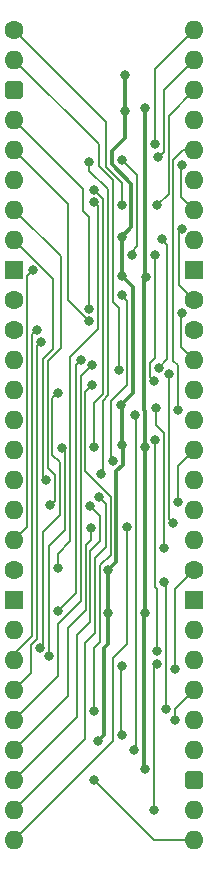
<source format=gbl>
%TF.GenerationSoftware,KiCad,Pcbnew,8.0.4*%
%TF.CreationDate,2024-09-03T07:30:16+02:00*%
%TF.ProjectId,Adder 16bit,41646465-7220-4313-9662-69742e6b6963,V0*%
%TF.SameCoordinates,PX54c81a0PY37b6b20*%
%TF.FileFunction,Copper,L2,Bot*%
%TF.FilePolarity,Positive*%
%FSLAX46Y46*%
G04 Gerber Fmt 4.6, Leading zero omitted, Abs format (unit mm)*
G04 Created by KiCad (PCBNEW 8.0.4) date 2024-09-03 07:30:16*
%MOMM*%
%LPD*%
G01*
G04 APERTURE LIST*
G04 Aperture macros list*
%AMRoundRect*
0 Rectangle with rounded corners*
0 $1 Rounding radius*
0 $2 $3 $4 $5 $6 $7 $8 $9 X,Y pos of 4 corners*
0 Add a 4 corners polygon primitive as box body*
4,1,4,$2,$3,$4,$5,$6,$7,$8,$9,$2,$3,0*
0 Add four circle primitives for the rounded corners*
1,1,$1+$1,$2,$3*
1,1,$1+$1,$4,$5*
1,1,$1+$1,$6,$7*
1,1,$1+$1,$8,$9*
0 Add four rect primitives between the rounded corners*
20,1,$1+$1,$2,$3,$4,$5,0*
20,1,$1+$1,$4,$5,$6,$7,0*
20,1,$1+$1,$6,$7,$8,$9,0*
20,1,$1+$1,$8,$9,$2,$3,0*%
G04 Aperture macros list end*
%TA.AperFunction,ComponentPad*%
%ADD10C,1.600000*%
%TD*%
%TA.AperFunction,ComponentPad*%
%ADD11O,1.600000X1.600000*%
%TD*%
%TA.AperFunction,ComponentPad*%
%ADD12RoundRect,0.400000X-0.400000X-0.400000X0.400000X-0.400000X0.400000X0.400000X-0.400000X0.400000X0*%
%TD*%
%TA.AperFunction,ComponentPad*%
%ADD13R,1.600000X1.600000*%
%TD*%
%TA.AperFunction,ViaPad*%
%ADD14C,0.800000*%
%TD*%
%TA.AperFunction,Conductor*%
%ADD15C,0.380000*%
%TD*%
%TA.AperFunction,Conductor*%
%ADD16C,0.200000*%
%TD*%
G04 APERTURE END LIST*
D10*
%TO.P,J2,1,Pin_1*%
%TO.N,A_{3}*%
X0Y0D03*
D11*
%TO.P,J2,2,Pin_2*%
%TO.N,A_{4}*%
X0Y-2540000D03*
D12*
%TO.P,J2,3,Pin_3*%
%TO.N,5V*%
X0Y-5080000D03*
D11*
%TO.P,J2,4,Pin_4*%
%TO.N,A_{5}*%
X0Y-7620000D03*
%TO.P,J2,5,Pin_5*%
%TO.N,A_{6}*%
X0Y-10160000D03*
%TO.P,J2,6,Pin_6*%
%TO.N,A_{7}*%
X0Y-12700000D03*
%TO.P,J2,7,Pin_7*%
%TO.N,A_{8}*%
X0Y-15240000D03*
%TO.P,J2,8,Pin_8*%
%TO.N,A_{9}*%
X0Y-17780000D03*
D13*
%TO.P,J2,9,Pin_9*%
%TO.N,GND*%
X0Y-20320000D03*
D10*
%TO.P,J2,10,Pin_10*%
%TO.N,A_{10}*%
X0Y-22860000D03*
%TO.P,J2,11,Pin_11*%
%TO.N,A_{11}*%
X0Y-25400000D03*
D11*
%TO.P,J2,12,Pin_12*%
%TO.N,A_{12}*%
X0Y-27940000D03*
%TO.P,J2,13,Pin_13*%
%TO.N,A_{13}*%
X0Y-30480000D03*
%TO.P,J2,14,Pin_14*%
%TO.N,A_{14}*%
X0Y-33020000D03*
%TO.P,J2,15,Pin_15*%
%TO.N,A_{15}*%
X0Y-35560000D03*
%TO.P,J2,16,Pin_16*%
%TO.N,B_{0}*%
X0Y-38100000D03*
%TO.P,J2,17,Pin_17*%
%TO.N,B_{1}*%
X0Y-40640000D03*
%TO.P,J2,18,Pin_18*%
%TO.N,B_{2}*%
X0Y-43180000D03*
D10*
%TO.P,J2,19,Pin_19*%
%TO.N,B_{3}*%
X0Y-45720000D03*
D13*
%TO.P,J2,20,Pin_20*%
%TO.N,GND*%
X0Y-48260000D03*
D11*
%TO.P,J2,21,Pin_21*%
%TO.N,B_{4}*%
X0Y-50800000D03*
%TO.P,J2,22,Pin_22*%
%TO.N,B_{5}*%
X0Y-53340000D03*
%TO.P,J2,23,Pin_23*%
%TO.N,B_{6}*%
X0Y-55880000D03*
%TO.P,J2,24,Pin_24*%
%TO.N,B_{7}*%
X0Y-58420000D03*
%TO.P,J2,25,Pin_25*%
%TO.N,B_{8}*%
X0Y-60960000D03*
%TO.P,J2,26,Pin_26*%
%TO.N,B_{9}*%
X0Y-63500000D03*
%TO.P,J2,27,Pin_27*%
%TO.N,B_{10}*%
X0Y-66040000D03*
%TO.P,J2,28,Pin_28*%
%TO.N,B_{11}*%
X0Y-68580000D03*
%TO.P,J2,29,Pin_29*%
%TO.N,B_{12}*%
X15240000Y-68580000D03*
%TO.P,J2,30,Pin_30*%
%TO.N,B_{13}*%
X15240000Y-66040000D03*
D12*
%TO.P,J2,31,Pin_31*%
%TO.N,5V*%
X15240000Y-63500000D03*
D11*
%TO.P,J2,32,Pin_32*%
%TO.N,B_{14}*%
X15240000Y-60960000D03*
%TO.P,J2,33,Pin_33*%
%TO.N,B_{15}*%
X15240000Y-58420000D03*
%TO.P,J2,34,Pin_34*%
%TO.N,S_{15}*%
X15240000Y-55880000D03*
%TO.P,J2,35,Pin_35*%
%TO.N,S_{14}*%
X15240000Y-53340000D03*
%TO.P,J2,36,Pin_36*%
%TO.N,S_{13}*%
X15240000Y-50800000D03*
D13*
%TO.P,J2,37,Pin_37*%
%TO.N,GND*%
X15240000Y-48260000D03*
D10*
%TO.P,J2,38,Pin_38*%
%TO.N,S_{12}*%
X15240000Y-45720000D03*
D11*
%TO.P,J2,39,Pin_39*%
%TO.N,S_{11}*%
X15240000Y-43180000D03*
%TO.P,J2,40,Pin_40*%
%TO.N,S_{10}*%
X15240000Y-40640000D03*
%TO.P,J2,41,Pin_41*%
%TO.N,S_{9}*%
X15240000Y-38100000D03*
%TO.P,J2,42,Pin_42*%
%TO.N,S_{8}*%
X15240000Y-35560000D03*
%TO.P,J2,43,Pin_43*%
%TO.N,S_{7}*%
X15240000Y-33020000D03*
%TO.P,J2,44,Pin_44*%
%TO.N,S_{6}*%
X15240000Y-30480000D03*
%TO.P,J2,45,Pin_45*%
%TO.N,S_{5}*%
X15240000Y-27940000D03*
D10*
%TO.P,J2,46,Pin_46*%
%TO.N,S_{4}*%
X15240000Y-25400000D03*
%TO.P,J2,47,Pin_47*%
%TO.N,S_{3}*%
X15240000Y-22860000D03*
D13*
%TO.P,J2,48,Pin_48*%
%TO.N,GND*%
X15240000Y-20320000D03*
D11*
%TO.P,J2,49,Pin_49*%
%TO.N,S_{2}*%
X15240000Y-17780000D03*
%TO.P,J2,50,Pin_50*%
%TO.N,S_{1}*%
X15240000Y-15240000D03*
%TO.P,J2,51,Pin_51*%
%TO.N,S_{0}*%
X15240000Y-12700000D03*
%TO.P,J2,52,Pin_52*%
%TO.N,C_{15}*%
X15240000Y-10160000D03*
%TO.P,J2,53,Pin_53*%
%TO.N,unconnected-(J2-Pin_53-Pad53)*%
X15240000Y-7620000D03*
%TO.P,J2,54,Pin_54*%
%TO.N,A_{0}*%
X15240000Y-5080000D03*
%TO.P,J2,55,Pin_55*%
%TO.N,A_{1}*%
X15240000Y-2540000D03*
%TO.P,J2,56,Pin_56*%
%TO.N,A_{2}*%
X15240000Y0D03*
%TD*%
D14*
%TO.N,GND*%
X9398000Y-3810000D03*
%TO.N,B_{4}*%
X5660831Y-27913053D03*
X3724169Y-49190169D03*
%TO.N,A_{7}*%
X12205511Y-28612943D03*
X12499500Y-17726500D03*
%TO.N,B_{1}*%
X7301336Y-37616021D03*
X6350000Y-11176000D03*
%TO.N,B_{0}*%
X6731000Y-13589000D03*
X6757000Y-35306000D03*
%TO.N,Net-(IC3-C0)*%
X11889000Y-19050000D03*
X11811000Y-29750333D03*
%TO.N,A_{9}*%
X2650014Y-38100000D03*
%TO.N,S_{8}*%
X13843000Y-40005000D03*
%TO.N,A_{6}*%
X6350000Y-24638000D03*
%TO.N,S_{15}*%
X13589000Y-58420000D03*
%TO.N,B_{14}*%
X9127378Y-59684499D03*
X9132000Y-53848008D03*
%TO.N,A_{10}*%
X9067000Y-22479000D03*
%TO.N,GND*%
X9005000Y-31800044D03*
%TO.N,A_{11}*%
X13405712Y-41783000D03*
X13069000Y-29117458D03*
%TO.N,S_{5}*%
X14224000Y-24003000D03*
%TO.N,A_{14}*%
X11905712Y-34692111D03*
X12065000Y-52578000D03*
%TO.N,A_{13}*%
X3647292Y-30739089D03*
X2171000Y-52324000D03*
%TO.N,C_{15}*%
X13819000Y-32189324D03*
X10197000Y-32639000D03*
X10160000Y-60960000D03*
%TO.N,A_{15}*%
X3999000Y-35372306D03*
X2920993Y-53043078D03*
%TO.N,B_{12}*%
X6731000Y-63500000D03*
%TO.N,Net-(IC1-C0)*%
X12699999Y-46736001D03*
X12826994Y-57531012D03*
%TO.N,B_{13}*%
X12065000Y-53721000D03*
X11811000Y-66040000D03*
%TO.N,S_{12}*%
X13607478Y-54123550D03*
%TO.N,B_{3}*%
X6724000Y-14606816D03*
X3647292Y-45587912D03*
%TO.N,S_{1}*%
X14212000Y-11430000D03*
%TO.N,A_{0}*%
X12065000Y-14859002D03*
%TO.N,S_{3}*%
X14186391Y-16858092D03*
%TO.N,A_{8}*%
X3048000Y-40259000D03*
%TO.N,GND*%
X7112000Y-60198000D03*
X7939011Y-49386496D03*
X9097005Y-20801776D03*
X9359000Y-6858000D03*
X9096998Y-17524000D03*
%TO.N,B_{2}*%
X9078598Y-11014941D03*
X9936998Y-19030079D03*
X1589669Y-20369000D03*
%TO.N,A_{2}*%
X11912000Y-9702644D03*
%TO.N,A_{1}*%
X12187433Y-10790433D03*
%TO.N,A_{5}*%
X6350000Y-23622000D03*
%TO.N,A_{4}*%
X8813473Y-28799961D03*
%TO.N,A_{3}*%
X9116000Y-14794000D03*
%TO.N,5V*%
X11049000Y-6604000D03*
X11110358Y-20930457D03*
X11037000Y-35281894D03*
X11049000Y-62611000D03*
X11049000Y-49403000D03*
%TO.N,A_{10}*%
X8321409Y-36514772D03*
%TO.N,Net-(IC2-C0)*%
X11962000Y-31990025D03*
X12655712Y-43882178D03*
%TO.N,GND*%
X9098160Y-35178996D03*
X7939007Y-45770027D03*
%TO.N,B_{5}*%
X1905000Y-25400000D03*
%TO.N,B_{6}*%
X2286000Y-26416000D03*
%TO.N,B_{7}*%
X6557501Y-28401501D03*
%TO.N,B_{8}*%
X6477000Y-42164000D03*
%TO.N,B_{9}*%
X6410058Y-40324549D03*
%TO.N,B_{10}*%
X7161025Y-39590687D03*
%TO.N,B_{11}*%
X9525000Y-42121666D03*
%TO.N,A_{12}*%
X6604000Y-30099000D03*
X6731000Y-57658000D03*
%TD*%
D15*
%TO.N,5V*%
X11037000Y-32291060D02*
X11037000Y-35281894D01*
X10965511Y-21075304D02*
X10965511Y-32219571D01*
X10965511Y-32219571D02*
X11037000Y-32291060D01*
X11110358Y-20930457D02*
X10965511Y-21075304D01*
D16*
%TO.N,C_{15}*%
X10160000Y-60960000D02*
X10309454Y-60810546D01*
X10309454Y-60810546D02*
X10309454Y-32751454D01*
X10309454Y-32751454D02*
X10197000Y-32639000D01*
D15*
%TO.N,GND*%
X7939011Y-52034989D02*
X7939011Y-49386496D01*
X7620000Y-52354000D02*
X7939011Y-52034989D01*
X7620000Y-59690000D02*
X7620000Y-52354000D01*
X7112000Y-60198000D02*
X7620000Y-59690000D01*
D16*
%TO.N,A_{13}*%
X2425000Y-52070000D02*
X2171000Y-52324000D01*
X2425000Y-42533000D02*
X2425000Y-52070000D01*
X3848685Y-36614685D02*
X3848685Y-41109315D01*
X3213000Y-35979000D02*
X3848685Y-36614685D01*
X3213000Y-31173381D02*
X3213000Y-35979000D01*
X3848685Y-41109315D02*
X2425000Y-42533000D01*
X3647292Y-30739089D02*
X3213000Y-31173381D01*
D15*
%TO.N,GND*%
X9359000Y-3849000D02*
X9398000Y-3810000D01*
X9359000Y-6858000D02*
X9359000Y-3849000D01*
X9906000Y-16714998D02*
X9096998Y-17524000D01*
X9906000Y-13030283D02*
X9906000Y-16714998D01*
X8254568Y-10287432D02*
X8254568Y-11378851D01*
X9359000Y-9183000D02*
X8254568Y-10287432D01*
X9359000Y-6858000D02*
X9359000Y-9183000D01*
X8254568Y-11378851D02*
X9906000Y-13030283D01*
D16*
%TO.N,B_{2}*%
X1100000Y-42080000D02*
X1100000Y-20858669D01*
X0Y-43180000D02*
X1100000Y-42080000D01*
X1100000Y-20858669D02*
X1589669Y-20369000D01*
D15*
%TO.N,GND*%
X10053473Y-21758244D02*
X9097005Y-20801776D01*
X10053473Y-30751571D02*
X10053473Y-21758244D01*
X9005000Y-31800044D02*
X10053473Y-30751571D01*
X9096998Y-20801769D02*
X9097005Y-20801776D01*
X9096998Y-17524000D02*
X9096998Y-20801769D01*
D16*
%TO.N,B_{2}*%
X10396000Y-18330096D02*
X9936998Y-18789098D01*
X9936998Y-18789098D02*
X9936998Y-19030079D01*
X10396000Y-12332343D02*
X10396000Y-18330096D01*
X9078598Y-11014941D02*
X10396000Y-12332343D01*
%TO.N,Net-(IC3-C0)*%
X11455511Y-29394844D02*
X11811000Y-29750333D01*
X11889000Y-27811429D02*
X11455511Y-28244918D01*
X11889000Y-19050000D02*
X11889000Y-27811429D01*
X11455511Y-28244918D02*
X11455511Y-29394844D01*
%TO.N,Net-(IC2-C0)*%
X12655712Y-34118712D02*
X12655712Y-43882178D01*
X11962000Y-33425000D02*
X12655712Y-34118712D01*
X11962000Y-31990025D02*
X11962000Y-33425000D01*
%TO.N,A_{11}*%
X13069000Y-41446288D02*
X13405712Y-41783000D01*
X13069000Y-29117458D02*
X13069000Y-41446288D01*
%TO.N,A_{14}*%
X11905712Y-47211712D02*
X11905712Y-34692111D01*
X12065000Y-47371000D02*
X11905712Y-47211712D01*
X12065000Y-52578000D02*
X12065000Y-47371000D01*
D15*
%TO.N,5V*%
X11037000Y-49391000D02*
X11037000Y-35281894D01*
X11049000Y-49403000D02*
X11037000Y-49391000D01*
D16*
%TO.N,A_{12}*%
X6007000Y-30696000D02*
X6604000Y-30099000D01*
X6007000Y-37376000D02*
X6007000Y-30696000D01*
X8146000Y-44432000D02*
X8146000Y-39515000D01*
X7239000Y-45339000D02*
X8146000Y-44432000D01*
X8146000Y-39515000D02*
X6007000Y-37376000D01*
X7239000Y-51816000D02*
X7239000Y-45339000D01*
X6731000Y-52324000D02*
X7239000Y-51816000D01*
%TO.N,B_{9}*%
X7227000Y-41141491D02*
X6410058Y-40324549D01*
X6439000Y-44107000D02*
X7227000Y-43319000D01*
X6439000Y-50165000D02*
X6439000Y-44107000D01*
X5334000Y-58166000D02*
X5334000Y-51270000D01*
X0Y-63500000D02*
X5334000Y-58166000D01*
X5334000Y-51270000D02*
X6439000Y-50165000D01*
%TO.N,B_{10}*%
X7746000Y-40175662D02*
X7161025Y-39590687D01*
X7746000Y-43816000D02*
X7746000Y-40175662D01*
X6839000Y-51073000D02*
X6839000Y-44723000D01*
X5981000Y-51931000D02*
X6839000Y-51073000D01*
X5981000Y-60059000D02*
X5981000Y-51931000D01*
%TO.N,B_{9}*%
X7227000Y-43319000D02*
X7227000Y-41141491D01*
%TO.N,A_{12}*%
X6731000Y-57658000D02*
X6731000Y-52324000D01*
%TO.N,B_{10}*%
X6839000Y-44723000D02*
X7746000Y-43816000D01*
X0Y-66040000D02*
X5981000Y-60059000D01*
%TO.N,B_{3}*%
X4699000Y-27686000D02*
X7074000Y-25311000D01*
X4699000Y-43307000D02*
X4699000Y-27686000D01*
X7074000Y-25311000D02*
X7074000Y-14956816D01*
X7074000Y-14956816D02*
X6724000Y-14606816D01*
X3647292Y-45587912D02*
X3647292Y-44358708D01*
X3647292Y-44358708D02*
X4699000Y-43307000D01*
%TO.N,A_{15}*%
X2920993Y-43688007D02*
X2920993Y-53043078D01*
X4293466Y-42315534D02*
X2920993Y-43688007D01*
X3999000Y-35372306D02*
X4293466Y-35666772D01*
X4293466Y-35666772D02*
X4293466Y-42315534D01*
%TO.N,A_{8}*%
X3429000Y-39878000D02*
X3048000Y-40259000D01*
X3429000Y-37674339D02*
X3429000Y-39878000D01*
X2813000Y-28047471D02*
X2813000Y-37058339D01*
X3937000Y-19177000D02*
X3937000Y-26923471D01*
X0Y-15240000D02*
X3937000Y-19177000D01*
X3937000Y-26923471D02*
X2813000Y-28047471D01*
X2813000Y-37058339D02*
X3429000Y-37674339D01*
D15*
%TO.N,GND*%
X8636000Y-45073034D02*
X7939007Y-45770027D01*
X9098160Y-35178996D02*
X9161409Y-35242245D01*
X7939011Y-45770031D02*
X7939007Y-45770027D01*
X8636000Y-37388121D02*
X8636000Y-45073034D01*
X9161409Y-36862712D02*
X8636000Y-37388121D01*
X7939011Y-49386496D02*
X7939011Y-45770031D01*
X9161409Y-35242245D02*
X9161409Y-36862712D01*
D16*
%TO.N,B_{11}*%
X9525000Y-52006500D02*
X9525000Y-42121666D01*
X8382000Y-53149500D02*
X9525000Y-52006500D01*
X8382000Y-60198000D02*
X8382000Y-53149500D01*
X0Y-68580000D02*
X8382000Y-60198000D01*
%TO.N,B_{14}*%
X9017000Y-53963008D02*
X9132000Y-53848008D01*
X9127378Y-59684499D02*
X9017000Y-59574121D01*
X9017000Y-59574121D02*
X9017000Y-53963008D01*
%TO.N,B_{8}*%
X6477000Y-43180000D02*
X6477000Y-42164000D01*
X6039000Y-43618000D02*
X6477000Y-43180000D01*
X4572000Y-50616000D02*
X6039000Y-49149000D01*
X4572000Y-56388000D02*
X4572000Y-50616000D01*
X6039000Y-49149000D02*
X6039000Y-43618000D01*
X0Y-60960000D02*
X4572000Y-56388000D01*
%TO.N,B_{7}*%
X5607000Y-48368000D02*
X5607000Y-29352002D01*
X5607000Y-29352002D02*
X6557501Y-28401501D01*
X3683000Y-50292000D02*
X5607000Y-48368000D01*
X3683000Y-54737000D02*
X3683000Y-50292000D01*
X0Y-58420000D02*
X3683000Y-54737000D01*
%TO.N,B_{4}*%
X5660831Y-27913053D02*
X5207000Y-28366884D01*
X5207000Y-28366884D02*
X5207000Y-47707338D01*
X5207000Y-47707338D02*
X3724169Y-49190169D01*
%TO.N,A_{7}*%
X12954000Y-18181000D02*
X12499500Y-17726500D01*
X12954000Y-27864454D02*
X12954000Y-18181000D01*
X12205511Y-28612943D02*
X12954000Y-27864454D01*
%TO.N,C_{15}*%
X13462000Y-28063194D02*
X13819000Y-28420194D01*
X14306339Y-10160000D02*
X13462000Y-11004339D01*
X15240000Y-10160000D02*
X14306339Y-10160000D01*
%TO.N,S_{1}*%
X14140000Y-11502000D02*
X14212000Y-11430000D01*
%TO.N,C_{15}*%
X13462000Y-11004339D02*
X13462000Y-28063194D01*
%TO.N,S_{1}*%
X14140000Y-14140000D02*
X14140000Y-11502000D01*
X15240000Y-15240000D02*
X14140000Y-14140000D01*
%TO.N,C_{15}*%
X13819000Y-28420194D02*
X13819000Y-32189324D01*
%TO.N,S_{3}*%
X13958000Y-17086483D02*
X13958000Y-21578000D01*
X13958000Y-21578000D02*
X15240000Y-22860000D01*
X14186391Y-16858092D02*
X13958000Y-17086483D01*
%TO.N,A_{9}*%
X2413000Y-37862986D02*
X2650014Y-38100000D01*
X2413000Y-27881785D02*
X2413000Y-37862986D01*
X3302000Y-26992785D02*
X2413000Y-27881785D01*
X3302000Y-21082000D02*
X3302000Y-26992785D01*
X0Y-17780000D02*
X3302000Y-21082000D01*
%TO.N,A_{6}*%
X4572000Y-14732000D02*
X0Y-10160000D01*
X4572000Y-22860000D02*
X4572000Y-14732000D01*
X6350000Y-24638000D02*
X4572000Y-22860000D01*
%TO.N,A_{5}*%
X5847902Y-15372902D02*
X5847902Y-13467902D01*
X6350000Y-15875000D02*
X5847902Y-15372902D01*
X5847902Y-13467902D02*
X0Y-7620000D01*
X6350000Y-23622000D02*
X6350000Y-15875000D01*
%TO.N,B_{0}*%
X6757000Y-31555830D02*
X6757000Y-35306000D01*
X7493000Y-30819830D02*
X6757000Y-31555830D01*
X7493000Y-14351000D02*
X7493000Y-30819830D01*
X6731000Y-13589000D02*
X7493000Y-14351000D01*
%TO.N,B_{5}*%
X1517000Y-25788000D02*
X1905000Y-25400000D01*
X1517000Y-51351653D02*
X1517000Y-25788000D01*
X0Y-52868653D02*
X1517000Y-51351653D01*
%TO.N,B_{6}*%
X1917000Y-26785000D02*
X2286000Y-26416000D01*
X0Y-55880000D02*
X1421000Y-54459000D01*
X1421000Y-52070000D02*
X1917000Y-51574000D01*
X1917000Y-51574000D02*
X1917000Y-26785000D01*
X1421000Y-54459000D02*
X1421000Y-52070000D01*
%TO.N,B_{1}*%
X7493000Y-37424357D02*
X7301336Y-37616021D01*
X7493000Y-31385516D02*
X7493000Y-37424357D01*
X7927477Y-13515477D02*
X7927477Y-30951039D01*
X6350000Y-11938000D02*
X7927477Y-13515477D01*
X6350000Y-11176000D02*
X6350000Y-11938000D01*
X7927477Y-30951039D02*
X7493000Y-31385516D01*
%TO.N,A_{10}*%
X9563473Y-22975473D02*
X9563473Y-30060527D01*
X9563473Y-30060527D02*
X8207602Y-31416398D01*
X9067000Y-22479000D02*
X9563473Y-22975473D01*
X8207602Y-31416398D02*
X8207602Y-36400965D01*
%TO.N,A_{4}*%
X8327477Y-23059477D02*
X8813473Y-23545473D01*
X7140996Y-9680996D02*
X7140996Y-11523929D01*
X0Y-2540000D02*
X7140996Y-9680996D01*
X7140996Y-11523929D02*
X8327477Y-12710410D01*
X8813473Y-23545473D02*
X8813473Y-28799961D01*
%TO.N,A_{10}*%
X8207602Y-36400965D02*
X8321409Y-36514772D01*
%TO.N,A_{4}*%
X8327477Y-12710410D02*
X8327477Y-23059477D01*
%TO.N,A_{3}*%
X9116000Y-12933247D02*
X7764568Y-11581815D01*
X9116000Y-14794000D02*
X9116000Y-12933247D01*
X7764568Y-11581815D02*
X7764568Y-7764568D01*
X7764568Y-7764568D02*
X0Y0D01*
%TO.N,S_{8}*%
X13843000Y-36957000D02*
X15240000Y-35560000D01*
X13843000Y-40005000D02*
X13843000Y-36957000D01*
%TO.N,S_{15}*%
X13589000Y-57531000D02*
X15240000Y-55880000D01*
X13589000Y-58420000D02*
X13589000Y-57531000D01*
D15*
%TO.N,GND*%
X9098160Y-31893204D02*
X9005000Y-31800044D01*
X9098160Y-35178996D02*
X9098160Y-31893204D01*
D16*
%TO.N,S_{5}*%
X14140000Y-26840000D02*
X15240000Y-27940000D01*
X14224000Y-24003000D02*
X14140000Y-24087000D01*
X14140000Y-24087000D02*
X14140000Y-26840000D01*
%TO.N,B_{13}*%
X11817711Y-66033289D02*
X11817711Y-53968289D01*
X11817711Y-53968289D02*
X12065000Y-53721000D01*
X11811000Y-66040000D02*
X11817711Y-66033289D01*
%TO.N,S_{12}*%
X13607478Y-47352522D02*
X13607478Y-54123550D01*
X15240000Y-45720000D02*
X13607478Y-47352522D01*
%TO.N,B_{12}*%
X11811000Y-68580000D02*
X6731000Y-63500000D01*
X15240000Y-68580000D02*
X11811000Y-68580000D01*
D15*
%TO.N,5V*%
X11049000Y-62611000D02*
X10977711Y-62539711D01*
X10977711Y-62539711D02*
X10977711Y-49474289D01*
X10977711Y-49474289D02*
X11049000Y-49403000D01*
D16*
%TO.N,Net-(IC1-C0)*%
X12699999Y-46736001D02*
X12827006Y-46863008D01*
X12827006Y-46863008D02*
X12827006Y-57531000D01*
X12827006Y-57531000D02*
X12826994Y-57531012D01*
%TO.N,A_{0}*%
X13062000Y-13862002D02*
X12065000Y-14859002D01*
X13062000Y-7258000D02*
X13062000Y-13862002D01*
X15240000Y-5080000D02*
X13062000Y-7258000D01*
%TO.N,A_{1}*%
X12662000Y-5118000D02*
X12662000Y-10315866D01*
X15240000Y-2540000D02*
X12662000Y-5118000D01*
D15*
%TO.N,5V*%
X11049000Y-20869099D02*
X11110358Y-20930457D01*
X11049000Y-6604000D02*
X11049000Y-20869099D01*
D16*
%TO.N,A_{2}*%
X11912000Y-3328000D02*
X11912000Y-9702644D01*
X15240000Y0D02*
X11912000Y-3328000D01*
%TO.N,A_{1}*%
X12662000Y-10315866D02*
X12187433Y-10790433D01*
%TD*%
M02*

</source>
